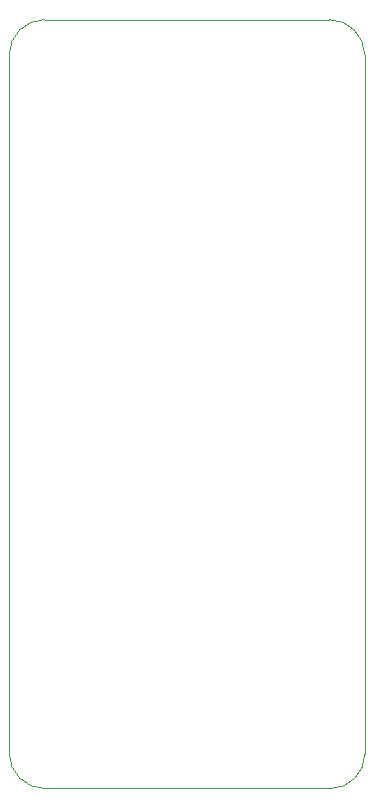
<source format=gbr>
G04 #@! TF.GenerationSoftware,KiCad,Pcbnew,(5.1.6)-1*
G04 #@! TF.CreationDate,2020-11-02T00:41:24+04:00*
G04 #@! TF.ProjectId,RPi3-screw-terminal-shiel,52506933-2d73-4637-9265-772d7465726d,rev?*
G04 #@! TF.SameCoordinates,Original*
G04 #@! TF.FileFunction,Profile,NP*
%FSLAX46Y46*%
G04 Gerber Fmt 4.6, Leading zero omitted, Abs format (unit mm)*
G04 Created by KiCad (PCBNEW (5.1.6)-1) date 2020-11-02 00:41:24*
%MOMM*%
%LPD*%
G01*
G04 APERTURE LIST*
G04 #@! TA.AperFunction,Profile*
%ADD10C,0.050000*%
G04 #@! TD*
G04 APERTURE END LIST*
D10*
X115500000Y-100400000D02*
G75*
G03*
X118400000Y-97500000I0J2900000D01*
G01*
X88300000Y-97400000D02*
X88300000Y-38300000D01*
X115400000Y-35300000D02*
X91300000Y-35300000D01*
X91300000Y-35300000D02*
G75*
G03*
X88300000Y-38300000I0J-3000000D01*
G01*
X118400000Y-97500000D02*
X118400000Y-38300000D01*
X118400000Y-38300000D02*
G75*
G03*
X115400000Y-35300000I-3000000J0D01*
G01*
X91300000Y-100400000D02*
X115500000Y-100400000D01*
X88300000Y-97400000D02*
G75*
G03*
X91300000Y-100400000I3000000J0D01*
G01*
M02*

</source>
